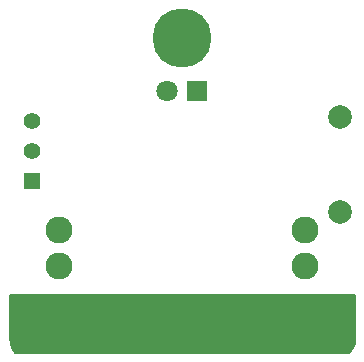
<source format=gtl>
%TF.GenerationSoftware,KiCad,Pcbnew,(5.1.10)-1*%
%TF.CreationDate,2022-03-19T19:01:51-07:00*%
%TF.ProjectId,project,70726f6a-6563-4742-9e6b-696361645f70,rev?*%
%TF.SameCoordinates,Original*%
%TF.FileFunction,Copper,L1,Top*%
%TF.FilePolarity,Positive*%
%FSLAX46Y46*%
G04 Gerber Fmt 4.6, Leading zero omitted, Abs format (unit mm)*
G04 Created by KiCad (PCBNEW (5.1.10)-1) date 2022-03-19 19:01:51*
%MOMM*%
%LPD*%
G01*
G04 APERTURE LIST*
%TA.AperFunction,ComponentPad*%
%ADD10C,1.800000*%
%TD*%
%TA.AperFunction,ComponentPad*%
%ADD11R,1.800000X1.800000*%
%TD*%
%TA.AperFunction,ComponentPad*%
%ADD12C,1.998980*%
%TD*%
%TA.AperFunction,ComponentPad*%
%ADD13C,5.000000*%
%TD*%
%TA.AperFunction,ComponentPad*%
%ADD14C,2.286000*%
%TD*%
%TA.AperFunction,ComponentPad*%
%ADD15R,1.397000X1.397000*%
%TD*%
%TA.AperFunction,ComponentPad*%
%ADD16C,1.397000*%
%TD*%
%TA.AperFunction,NonConductor*%
%ADD17C,0.254000*%
%TD*%
%TA.AperFunction,NonConductor*%
%ADD18C,0.100000*%
%TD*%
G04 APERTURE END LIST*
D10*
%TO.P,D1,2*%
%TO.N,Net-(D1-Pad2)*%
X173990000Y-79375000D03*
D11*
%TO.P,D1,1*%
%TO.N,Net-(D1-Pad1)*%
X176530000Y-79375000D03*
%TD*%
D12*
%TO.P,R1,1*%
%TO.N,Net-(D1-Pad1)*%
X188595000Y-81598000D03*
%TO.P,R1,2*%
%TO.N,Net-(BT1-Pad2)*%
X188595000Y-89598000D03*
%TD*%
D13*
%TO.P,REF\u002A\u002A,1*%
%TO.N,N/C*%
X175260000Y-74930000D03*
%TD*%
D14*
%TO.P,BT1,1*%
%TO.N,Net-(BT1-Pad1)*%
X185674000Y-94234000D03*
X164846000Y-94234000D03*
X185674000Y-91186000D03*
X164846000Y-91186000D03*
%TD*%
D15*
%TO.P,SW1,1*%
%TO.N,Net-(SW1-Pad1)*%
X162560000Y-86995000D03*
D16*
%TO.P,SW1,2*%
%TO.N,Net-(BT1-Pad1)*%
X162560000Y-84455000D03*
%TO.P,SW1,3*%
%TO.N,Net-(D1-Pad2)*%
X162560000Y-81915000D03*
%TD*%
D17*
X189815001Y-100296485D02*
X189776449Y-100689667D01*
X189671996Y-101035635D01*
X189502333Y-101354724D01*
X189405869Y-101473000D01*
X161113819Y-101473000D01*
X161024859Y-101365466D01*
X160852973Y-101047570D01*
X160746106Y-100702340D01*
X160705000Y-100311238D01*
X160705000Y-96647000D01*
X189815001Y-96647000D01*
X189815001Y-100296485D01*
%TA.AperFunction,NonConductor*%
D18*
G36*
X189815001Y-100296485D02*
G01*
X189776449Y-100689667D01*
X189671996Y-101035635D01*
X189502333Y-101354724D01*
X189405869Y-101473000D01*
X161113819Y-101473000D01*
X161024859Y-101365466D01*
X160852973Y-101047570D01*
X160746106Y-100702340D01*
X160705000Y-100311238D01*
X160705000Y-96647000D01*
X189815001Y-96647000D01*
X189815001Y-100296485D01*
G37*
%TD.AperFunction*%
M02*

</source>
